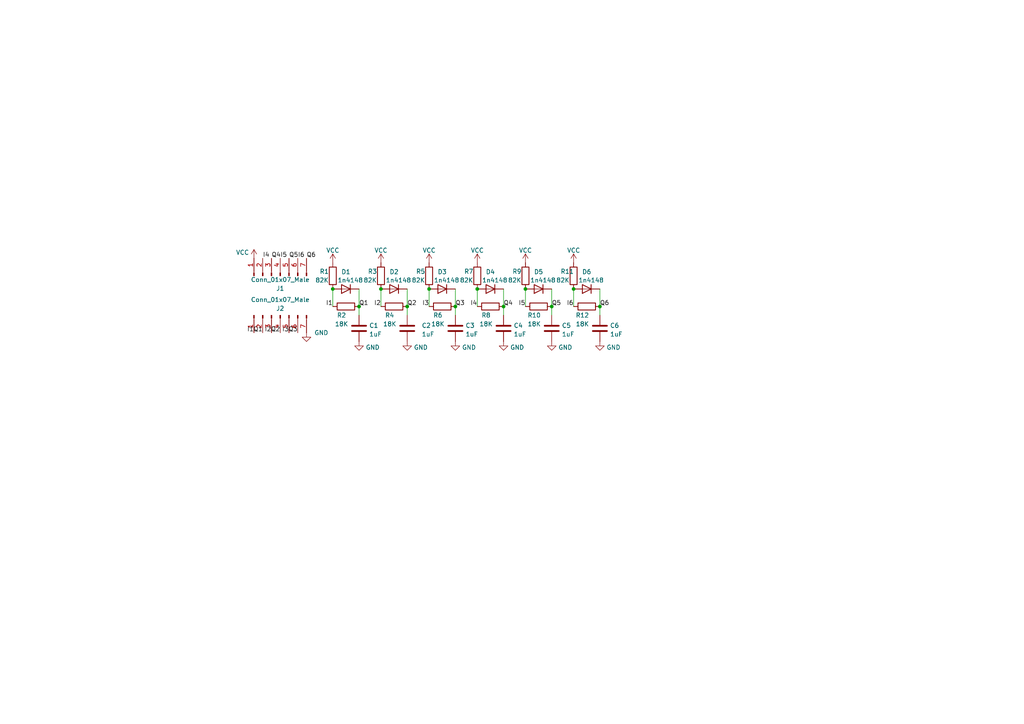
<source format=kicad_sch>
(kicad_sch (version 20211123) (generator eeschema)
  (paper "A4")
  (lib_symbols
    (symbol "Connector:Conn_01x07_Male" (pin_names (offset 1.016) hide)
      (property "Reference" "J" (at 0 10.16 0))
      (property "Value" "Conn_01x07_Male" (at 0 -10.16 0))
      (symbol "Conn_01x07_Male_1_1"
        (polyline (pts (xy 1.27 -7.62) (xy 0.8636 -7.62)) (stroke (width 0.1524)))
        (polyline (pts (xy 1.27 -5.08) (xy 0.8636 -5.08)) (stroke (width 0.1524)))
        (polyline (pts (xy 1.27 -2.54) (xy 0.8636 -2.54)) (stroke (width 0.1524)))
        (polyline (pts (xy 1.27 0) (xy 0.8636 0)) (stroke (width 0.1524)))
        (polyline (pts (xy 1.27 2.54) (xy 0.8636 2.54)) (stroke (width 0.1524)))
        (polyline (pts (xy 1.27 5.08) (xy 0.8636 5.08)) (stroke (width 0.1524)))
        (polyline (pts (xy 1.27 7.62) (xy 0.8636 7.62)) (stroke (width 0.1524)))
        (rectangle (start 0.8636 -7.493) (end 0 -7.747) (stroke (width 0.1524)) (fill (type outline)))
        (rectangle (start 0.8636 -4.953) (end 0 -5.207) (stroke (width 0.1524)) (fill (type outline)))
        (rectangle (start 0.8636 -2.413) (end 0 -2.667) (stroke (width 0.1524)) (fill (type outline)))
        (rectangle (start 0.8636 0.127) (end 0 -0.127) (stroke (width 0.1524)) (fill (type outline)))
        (rectangle (start 0.8636 2.667) (end 0 2.413) (stroke (width 0.1524)) (fill (type outline)))
        (rectangle (start 0.8636 5.207) (end 0 4.953) (stroke (width 0.1524)) (fill (type outline)))
        (rectangle (start 0.8636 7.747) (end 0 7.493) (stroke (width 0.1524)) (fill (type outline)))
        (pin passive line (at 5.08 7.62 180) (length 3.81) (name "Pin_1") (number "1"))
        (pin passive line (at 5.08 5.08 180) (length 3.81) (name "Pin_2") (number "2"))
        (pin passive line (at 5.08 2.54 180) (length 3.81) (name "Pin_3") (number "3"))
        (pin passive line (at 5.08 0 180) (length 3.81) (name "Pin_4") (number "4"))
        (pin passive line (at 5.08 -2.54 180) (length 3.81) (name "Pin_5") (number "5"))
        (pin passive line (at 5.08 -5.08 180) (length 3.81) (name "Pin_6") (number "6"))
        (pin passive line (at 5.08 -7.62 180) (length 3.81) (name "Pin_7") (number "7"))
      )
    )
    (symbol "Device:C" (pin_numbers hide) (pin_names (offset 0.254))
      (property "Reference" "C" (at 0.635 2.54 0))
      (property "Value" "C" (at 0.635 -2.54 0))
      (symbol "C_0_1"
        (polyline (pts (xy -2.032 -0.762) (xy 2.032 -0.762)) (stroke (width 0.508)))
        (polyline (pts (xy -2.032 0.762) (xy 2.032 0.762)) (stroke (width 0.508)))
      )
      (symbol "C_1_1"
        (pin passive line (at 0 3.81 270) (length 2.794) (name "~") (number "1"))
        (pin passive line (at 0 -3.81 90) (length 2.794) (name "~") (number "2"))
      )
    )
    (symbol "Device:D" (pin_numbers hide) (pin_names (offset 1.016) hide)
      (property "Reference" "D" (at 0 2.54 0))
      (property "Value" "D" (at 0 -2.54 0))
      (symbol "D_0_1"
        (polyline (pts (xy -1.27 1.27) (xy -1.27 -1.27)) (stroke (width 0.254)))
        (polyline (pts (xy 1.27 0) (xy -1.27 0)))
        (polyline (pts (xy 1.27 1.27) (xy 1.27 -1.27) (xy -1.27 0) (xy 1.27 1.27)) (stroke (width 0.254)))
      )
      (symbol "D_1_1"
        (pin passive line (at -3.81 0 0) (length 2.54) (name "K") (number "1"))
        (pin passive line (at 3.81 0 180) (length 2.54) (name "A") (number "2"))
      )
    )
    (symbol "Device:R" (pin_numbers hide) (pin_names (offset 0))
      (property "Reference" "R" (at 2.032 0 90))
      (property "Value" "R" (at 0 0 90))
      (symbol "R_0_1"
        (rectangle (start -1.016 -2.54) (end 1.016 2.54) (stroke (width 0.254)))
      )
      (symbol "R_1_1"
        (pin passive line (at 0 3.81 270) (length 1.27) (name "~") (number "1"))
        (pin passive line (at 0 -3.81 90) (length 1.27) (name "~") (number "2"))
      )
    )
    (symbol "power:GND" (power) (pin_names (offset 0))
      (property "Value" "GND" (at 0 -3.81 0))
      (symbol "GND_0_1"
        (polyline (pts (xy 0 0) (xy 0 -1.27) (xy 1.27 -1.27) (xy 0 -2.54) (xy -1.27 -1.27) (xy 0 -1.27)))
      )
      (symbol "GND_1_1"
        (pin power_in line (at 0 0 270) (length 0) hide (name "GND") (number "1"))
      )
    )
    (symbol "power:VCC" (power) (pin_names (offset 0))
      (property "Value" "VCC" (at 0 3.81 0))
      (symbol "VCC_0_1"
        (polyline (pts (xy -0.762 1.27) (xy 0 2.54)))
        (polyline (pts (xy 0 0) (xy 0 2.54)))
        (polyline (pts (xy 0 2.54) (xy 0.762 1.27)))
      )
      (symbol "VCC_1_1"
        (pin power_in line (at 0 0 90) (length 0) hide (name "VCC") (number "1"))
      )
    )
  )
  (junction (at 152.4 83.82))
  (junction (at 118.11 88.9))
  (junction (at 160.02 88.9))
  (junction (at 124.46 83.82))
  (junction (at 104.14 88.9))
  (junction (at 110.49 83.82))
  (junction (at 146.05 88.9))
  (junction (at 166.37 83.82))
  (junction (at 96.52 83.82))
  (junction (at 138.43 83.82))
  (junction (at 173.99 88.9))
  (junction (at 132.08 88.9))
  (wire (pts (xy 132.08 83.82) (xy 132.08 88.9)))
  (wire (pts (xy 138.43 88.9) (xy 138.43 83.82)))
  (wire (pts (xy 152.4 88.9) (xy 152.4 83.82)))
  (wire (pts (xy 173.99 88.9) (xy 173.99 91.44)))
  (wire (pts (xy 160.02 83.82) (xy 160.02 88.9)))
  (wire (pts (xy 132.08 88.9) (xy 132.08 91.44)))
  (wire (pts (xy 173.99 83.82) (xy 173.99 88.9)))
  (wire (pts (xy 166.37 88.9) (xy 166.37 83.82)))
  (wire (pts (xy 104.14 88.9) (xy 104.14 91.44)))
  (wire (pts (xy 118.11 83.82) (xy 118.11 88.9)))
  (wire (pts (xy 104.14 83.82) (xy 104.14 88.9)))
  (wire (pts (xy 124.46 88.9) (xy 124.46 83.82)))
  (wire (pts (xy 146.05 88.9) (xy 146.05 91.44)))
  (wire (pts (xy 146.05 83.82) (xy 146.05 88.9)))
  (wire (pts (xy 118.11 88.9) (xy 118.11 91.44)))
  (wire (pts (xy 110.49 88.9) (xy 110.49 83.82)))
  (wire (pts (xy 160.02 88.9) (xy 160.02 91.44)))
  (wire (pts (xy 96.52 88.9) (xy 96.52 83.82)))
  (label "Q3" (at 132.08 88.9 0))
  (label "Q5" (at 83.82 74.93 0))
  (label "Q1" (at 104.14 88.9 0))
  (label "Q5" (at 160.02 88.9 0))
  (label "Q4" (at 146.05 88.9 0))
  (label "I6" (at 166.37 88.9 180))
  (label "I6" (at 86.36 74.93 0))
  (label "I3" (at 83.82 96.52 180))
  (label "I3" (at 124.46 88.9 180))
  (label "Q6" (at 88.9 74.93 0))
  (label "I2" (at 110.49 88.9 180))
  (label "Q4" (at 78.74 74.93 0))
  (label "I4" (at 138.43 88.9 180))
  (label "I2" (at 78.74 96.52 180))
  (label "Q2" (at 81.28 96.52 180))
  (label "I5" (at 152.4 88.9 180))
  (label "Q6" (at 173.99 88.9 0))
  (label "Q2" (at 118.11 88.9 0))
  (label "I4" (at 76.2 74.93 0))
  (label "Q3" (at 86.36 96.52 180))
  (label "Q1" (at 76.2 96.52 180))
  (label "I1" (at 96.52 88.9 180))
  (label "I5" (at 81.28 74.93 0))
  (label "I1" (at 73.66 96.52 180))
  (symbol (lib_id "Device:D") (at 156.21 83.82 180) (unit 1)
    (property "Reference" "D5" (at 156.21 78.8502 0))
    (property "Value" "1n4148" (at 157.48 81.28 0))
    (property "Footprint" "Diode_SMD:D_0603_1608Metric" (effects hide))
  )
  (symbol (lib_id "power:GND") (at 146.05 99.06 0) (unit 1)
    (property "Reference" "#PWR010" (effects hide))
    (property "Value" "GND" (at 147.955 100.7638 0) (effects (justify left)))
  )
  (symbol (lib_id "Device:R") (at 128.27 88.9 270) (unit 1)
    (property "Reference" "R6" (at 127 91.44 90))
    (property "Value" "18K" (at 127 93.98 90))
    (property "Footprint" "Resistor_SMD:R_0603_1608Metric" (effects hide))
  )
  (symbol (lib_id "Device:R") (at 166.37 80.01 0) (unit 1)
    (property "Reference" "R11" (at 162.56 78.74 0) (effects (justify left)))
    (property "Value" "82K" (at 161.29 81.28 0) (effects (justify left)))
    (property "Footprint" "Resistor_SMD:R_0603_1608Metric" (effects hide))
  )
  (symbol (lib_id "Device:C") (at 160.02 95.25 0) (unit 1)
    (property "Reference" "C5" (at 162.941 94.4153 0) (effects (justify left)))
    (property "Value" "1uF" (at 162.941 96.9522 0) (effects (justify left)))
    (property "Footprint" "Capacitor_SMD:C_0603_1608Metric" (effects hide))
  )
  (symbol (lib_id "Device:C") (at 173.99 95.25 0) (unit 1)
    (property "Reference" "C6" (at 176.911 94.4153 0) (effects (justify left)))
    (property "Value" "1uF" (at 176.911 96.9522 0) (effects (justify left)))
    (property "Footprint" "Capacitor_SMD:C_0603_1608Metric" (effects hide))
  )
  (symbol (lib_id "power:VCC") (at 138.43 76.2 0) (unit 1)
    (property "Reference" "#PWR09" (effects hide))
    (property "Value" "VCC" (at 138.43 72.6242 0))
  )
  (symbol (lib_id "Device:R") (at 114.3 88.9 270) (unit 1)
    (property "Reference" "R4" (at 113.03 91.44 90))
    (property "Value" "18K" (at 113.03 93.98 90))
    (property "Footprint" "Resistor_SMD:R_0603_1608Metric" (effects hide))
  )
  (symbol (lib_id "power:VCC") (at 110.49 76.2 0) (unit 1)
    (property "Reference" "#PWR05" (effects hide))
    (property "Value" "VCC" (at 110.49 72.6242 0))
  )
  (symbol (lib_id "power:VCC") (at 124.46 76.2 0) (unit 1)
    (property "Reference" "#PWR07" (effects hide))
    (property "Value" "VCC" (at 124.46 72.6242 0))
  )
  (symbol (lib_id "Device:C") (at 146.05 95.25 0) (unit 1)
    (property "Reference" "C4" (at 148.971 94.4153 0) (effects (justify left)))
    (property "Value" "1uF" (at 148.971 96.9522 0) (effects (justify left)))
    (property "Footprint" "Capacitor_SMD:C_0603_1608Metric" (effects hide))
  )
  (symbol (lib_id "Device:D") (at 170.18 83.82 180) (unit 1)
    (property "Reference" "D6" (at 170.18 78.8502 0))
    (property "Value" "1n4148" (at 171.45 81.28 0))
    (property "Footprint" "Diode_SMD:D_0603_1608Metric" (effects hide))
  )
  (symbol (lib_id "power:VCC") (at 96.52 76.2 0) (unit 1)
    (property "Reference" "#PWR03" (effects hide))
    (property "Value" "VCC" (at 96.52 72.6242 0))
  )
  (symbol (lib_id "Device:D") (at 114.3 83.82 180) (unit 1)
    (property "Reference" "D2" (at 114.3 78.8502 0))
    (property "Value" "1n4148" (at 115.57 81.28 0))
    (property "Footprint" "Diode_SMD:D_0603_1608Metric" (effects hide))
  )
  (symbol (lib_id "power:GND") (at 173.99 99.06 0) (unit 1)
    (property "Reference" "#PWR014" (effects hide))
    (property "Value" "GND" (at 175.895 100.7638 0) (effects (justify left)))
  )
  (symbol (lib_id "power:GND") (at 88.9 96.52 0) (unit 1)
    (property "Reference" "#PWR02" (effects hide))
    (property "Value" "GND" (at 95.25 96.52 0) (effects (justify right)))
  )
  (symbol (lib_id "power:GND") (at 160.02 99.06 0) (unit 1)
    (property "Reference" "#PWR012" (effects hide))
    (property "Value" "GND" (at 161.925 100.7638 0) (effects (justify left)))
  )
  (symbol (lib_id "Connector:Conn_01x07_Male") (at 81.28 91.44 90) (mirror x) (unit 1)
    (property "Reference" "J2" (at 81.28 89.4604 90))
    (property "Value" "Conn_01x07_Male" (at 81.28 86.9235 90))
    (property "Footprint" "Connector_PinHeader_2.54mm:PinHeader_1x07_P2.54mm_Vertical" (effects hide))
  )
  (symbol (lib_id "Device:R") (at 170.18 88.9 270) (unit 1)
    (property "Reference" "R12" (at 168.91 91.44 90))
    (property "Value" "18K" (at 168.91 93.98 90))
    (property "Footprint" "Resistor_SMD:R_0603_1608Metric" (effects hide))
  )
  (symbol (lib_id "Device:C") (at 104.14 95.25 0) (unit 1)
    (property "Reference" "C1" (at 107.061 94.4153 0) (effects (justify left)))
    (property "Value" "1uF" (at 107.061 96.9522 0) (effects (justify left)))
    (property "Footprint" "Capacitor_SMD:C_0603_1608Metric" (effects hide))
  )
  (symbol (lib_id "Device:R") (at 138.43 80.01 0) (unit 1)
    (property "Reference" "R7" (at 134.62 78.74 0) (effects (justify left)))
    (property "Value" "82K" (at 133.35 81.28 0) (effects (justify left)))
    (property "Footprint" "Resistor_SMD:R_0603_1608Metric" (effects hide))
  )
  (symbol (lib_id "Device:C") (at 132.08 95.25 0) (unit 1)
    (property "Reference" "C3" (at 135.001 94.4153 0) (effects (justify left)))
    (property "Value" "1uF" (at 135.001 96.9522 0) (effects (justify left)))
    (property "Footprint" "Capacitor_SMD:C_0603_1608Metric" (effects hide))
  )
  (symbol (lib_id "power:VCC") (at 73.66 74.93 0) (unit 1)
    (property "Reference" "#PWR01" (effects hide))
    (property "Value" "VCC" (at 72.263 73.2262 0) (effects (justify right)))
  )
  (symbol (lib_id "Device:D") (at 100.33 83.82 180) (unit 1)
    (property "Reference" "D1" (at 100.33 78.8502 0))
    (property "Value" "1n4148" (at 101.6 81.28 0))
    (property "Footprint" "Diode_SMD:D_0603_1608Metric" (effects hide))
  )
  (symbol (lib_id "power:GND") (at 104.14 99.06 0) (unit 1)
    (property "Reference" "#PWR04" (effects hide))
    (property "Value" "GND" (at 106.045 100.7638 0) (effects (justify left)))
  )
  (symbol (lib_id "Device:R") (at 110.49 80.01 0) (unit 1)
    (property "Reference" "R3" (at 106.68 78.74 0) (effects (justify left)))
    (property "Value" "82K" (at 105.41 81.28 0) (effects (justify left)))
    (property "Footprint" "Resistor_SMD:R_0603_1608Metric" (effects hide))
  )
  (symbol (lib_id "Device:R") (at 96.52 80.01 0) (unit 1)
    (property "Reference" "R1" (at 92.71 78.74 0) (effects (justify left)))
    (property "Value" "82K" (at 91.44 81.28 0) (effects (justify left)))
    (property "Footprint" "Resistor_SMD:R_0603_1608Metric" (effects hide))
  )
  (symbol (lib_id "Device:R") (at 142.24 88.9 270) (unit 1)
    (property "Reference" "R8" (at 140.97 91.44 90))
    (property "Value" "18K" (at 140.97 93.98 90))
    (property "Footprint" "Resistor_SMD:R_0603_1608Metric" (effects hide))
  )
  (symbol (lib_id "power:GND") (at 118.11 99.06 0) (unit 1)
    (property "Reference" "#PWR06" (effects hide))
    (property "Value" "GND" (at 120.015 100.7638 0) (effects (justify left)))
  )
  (symbol (lib_id "Device:D") (at 128.27 83.82 180) (unit 1)
    (property "Reference" "D3" (at 128.27 78.8502 0))
    (property "Value" "1n4148" (at 129.54 81.28 0))
    (property "Footprint" "Diode_SMD:D_0603_1608Metric" (effects hide))
  )
  (symbol (lib_id "Device:R") (at 152.4 80.01 0) (unit 1)
    (property "Reference" "R9" (at 148.59 78.74 0) (effects (justify left)))
    (property "Value" "82K" (at 147.32 81.28 0) (effects (justify left)))
    (property "Footprint" "Resistor_SMD:R_0603_1608Metric" (effects hide))
  )
  (symbol (lib_id "Device:R") (at 156.21 88.9 270) (unit 1)
    (property "Reference" "R10" (at 154.94 91.44 90))
    (property "Value" "18K" (at 154.94 93.98 90))
    (property "Footprint" "Resistor_SMD:R_0603_1608Metric" (effects hide))
  )
  (symbol (lib_id "power:VCC") (at 152.4 76.2 0) (unit 1)
    (property "Reference" "#PWR011" (effects hide))
    (property "Value" "VCC" (at 152.4 72.6242 0))
  )
  (symbol (lib_id "power:GND") (at 132.08 99.06 0) (unit 1)
    (property "Reference" "#PWR08" (effects hide))
    (property "Value" "GND" (at 133.985 100.7638 0) (effects (justify left)))
  )
  (symbol (lib_id "Device:D") (at 142.24 83.82 180) (unit 1)
    (property "Reference" "D4" (at 142.24 78.8502 0))
    (property "Value" "1n4148" (at 143.51 81.28 0))
    (property "Footprint" "Diode_SMD:D_0603_1608Metric" (effects hide))
  )
  (symbol (lib_id "Device:R") (at 100.33 88.9 270) (unit 1)
    (property "Reference" "R2" (at 99.06 91.44 90))
    (property "Value" "18K" (at 99.06 93.98 90))
    (property "Footprint" "Resistor_SMD:R_0603_1608Metric" (effects hide))
  )
  (symbol (lib_id "power:VCC") (at 166.37 76.2 0) (unit 1)
    (property "Reference" "#PWR013" (effects hide))
    (property "Value" "VCC" (at 166.37 72.6242 0))
  )
  (symbol (lib_id "Device:R") (at 124.46 80.01 0) (unit 1)
    (property "Reference" "R5" (at 120.65 78.74 0) (effects (justify left)))
    (property "Value" "82K" (at 119.38 81.28 0) (effects (justify left)))
    (property "Footprint" "Resistor_SMD:R_0603_1608Metric" (effects hide))
  )
  (symbol (lib_id "Device:C") (at 118.11 95.25 0) (unit 1)
    (property "Reference" "C2" (at 122.301 94.4153 0) (effects (justify left)))
    (property "Value" "1uF" (at 122.301 96.9522 0) (effects (justify left)))
    (property "Footprint" "Capacitor_SMD:C_0603_1608Metric" (effects hide))
  )
  (symbol (lib_id "Connector:Conn_01x07_Male") (at 81.28 80.01 90) (unit 1)
    (property "Reference" "J1" (at 81.28 83.659 90))
    (property "Value" "Conn_01x07_Male" (at 81.28 81.1221 90))
    (property "Footprint" "Connector_PinHeader_2.54mm:PinHeader_1x07_P2.54mm_Vertical" (effects hide))
  )
)
</source>
